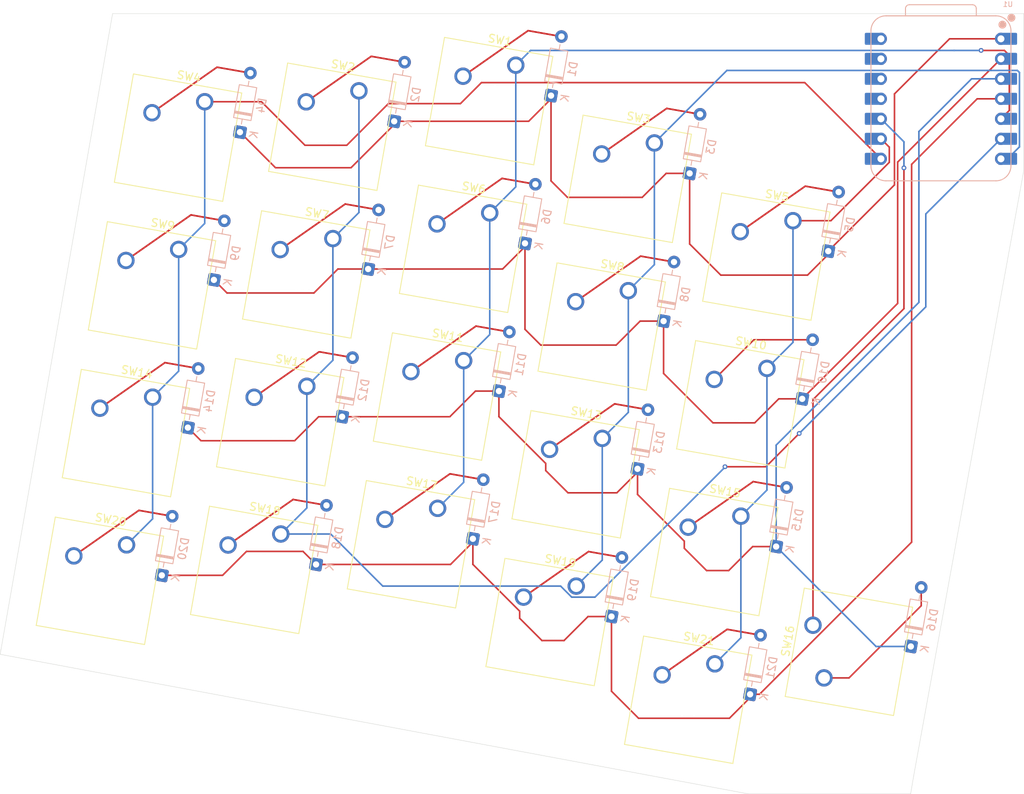
<source format=kicad_pcb>
(kicad_pcb (version 20241229) (generator "pcbnew") (generator_version "9.0")
  (layers (0 "F.Cu" signal) (2 "B.Cu" signal) (13 "F.Paste" user) (15 "B.Paste" user) (5 "F.SilkS" user "F.Silkscreen") (7 "B.SilkS" user "B.Silkscreen") (1 "F.Mask" user) (3 "B.Mask" user) (25 "Edge.Cuts" user))
  (net 0 "")
  (net 1 "row 0")
  (net 2 "Net-(D1-A)")
  (net 3 "Net-(D2-A)")
  (net 4 "Net-(D3-A)")
  (net 5 "Net-(D4-A)")
  (net 6 "Net-(D5-A)")
  (net 7 "Net-(D6-A)")
  (net 8 "row 1")
  (net 9 "Net-(D7-A)")
  (net 10 "Net-(D8-A)")
  (net 11 "Net-(D9-A)")
  (net 12 "Net-(D10-A)")
  (net 13 "row 2")
  (net 14 "Net-(D11-A)")
  (net 15 "Net-(D12-A)")
  (net 16 "Net-(D13-A)")
  (net 17 "Net-(D14-A)")
  (net 18 "Net-(D15-A)")
  (net 19 "Net-(D16-A)")
  (net 20 "Net-(D17-A)")
  (net 21 "row 3")
  (net 22 "Net-(D18-A)")
  (net 23 "Net-(D19-A)")
  (net 24 "Net-(D20-A)")
  (net 25 "Net-(D21-A)")
  (net 26 "column 0")
  (net 27 "column 1")
  (net 28 "column 2")
  (net 29 "column 3")
  (net 30 "column 4")
  (net 31 "column 5")
  (footprint "Button_Switch_Keyboard:SW_Cherry_MX_1.00u_PCB" (layer "F.Cu") (at 118.484854 122.2844 -10)
    (property "Reference" "SW21")
    (property "Value" "SW_Push")
  )
  (footprint "Button_Switch_Keyboard:SW_Cherry_MX_1.00u_PCB" (layer "F.Cu") (at 107.498061 74.889021 -10)
    (property "Reference" "SW8")
    (property "Value" "SW_Push")
  )
  (footprint "Button_Switch_Keyboard:SW_Cherry_MX_1.00u_PCB" (layer "F.Cu") (at 100.882065 112.410196 -10)
    (property "Reference" "SW19")
    (property "Value" "SW_Push")
  )
  (footprint "Button_Switch_Keyboard:SW_Cherry_MX_1.00u_PCB" (layer "F.Cu") (at 63.36089 105.794201 -10)
    (property "Reference" "SW18")
    (property "Value" "SW_Push")
  )
  (footprint "Button_Switch_Keyboard:SW_Cherry_MX_1.00u_PCB" (layer "F.Cu") (at 128.408847 66.002636 -10)
    (property "Reference" "SW5")
    (property "Value" "SW_Push")
  )
  (footprint "Button_Switch_Keyboard:SW_Cherry_MX_1.00u_PCB" (layer "F.Cu") (at 86.587275 83.775405 -10)
    (property "Reference" "SW11")
    (property "Value" "SW_Push")
  )
  (footprint "Button_Switch_Keyboard:SW_Cherry_MX_1.00u_PCB" (layer "F.Cu") (at 83.279277 102.535993 -10)
    (property "Reference" "SW17")
    (property "Value" "SW_Push")
  )
  (footprint "Button_Switch_Keyboard:SW_Cherry_MX_1.00u_PCB" (layer "F.Cu") (at 43.773303 107.17635 -10)
    (property "Reference" "SW20")
    (property "Value" "SW_Push")
  )
  (footprint "Button_Switch_Keyboard:SW_Cherry_MX_1.00u_PCB" (layer "F.Cu") (at 47.0813 88.415762 -10)
    (property "Reference" "SW14")
    (property "Value" "SW_Push")
  )
  (footprint "Button_Switch_Keyboard:SW_Cherry_MX_1.00u_PCB" (layer "F.Cu") (at 53.697296 50.894587 -10)
    (property "Reference" "SW4")
    (property "Value" "SW_Push")
  )
  (footprint "Button_Switch_Keyboard:SW_Cherry_MX_1.00u_PCB" (layer "F.Cu") (at 104.190063 93.649608 -10)
    (property "Reference" "SW13")
    (property "Value" "SW_Push")
  )
  (footprint "Button_Switch_Keyboard:SW_Cherry_MX_1.50u_PCB" (layer "F.Cu") (at 130.95 117.375 80)
    (property "Reference" "SW16")
    (property "Value" "SW_Push")
  )
  (footprint "Button_Switch_Keyboard:SW_Cherry_MX_1.00u_PCB" (layer "F.Cu") (at 66.668888 87.033613 -10)
    (property "Reference" "SW12")
    (property "Value" "SW_Push")
  )
  (footprint "Button_Switch_Keyboard:SW_Cherry_MX_1.00u_PCB" (layer "F.Cu") (at 121.792851 103.523812 -10)
    (property "Reference" "SW15")
    (property "Value" "SW_Push")
  )
  (footprint "Button_Switch_Keyboard:SW_Cherry_MX_1.00u_PCB" (layer "F.Cu") (at 73.284883 49.512437 -10)
    (property "Reference" "SW2")
    (property "Value" "SW_Push")
  )
  (footprint "Button_Switch_Keyboard:SW_Cherry_MX_1.00u_PCB" (layer "F.Cu") (at 110.806059 56.128433 -10)
    (property "Reference" "SW3")
    (property "Value" "SW_Push")
  )
  (footprint "Button_Switch_Keyboard:SW_Cherry_MX_1.00u_PCB" (layer "F.Cu") (at 50.389298 69.655174 -10)
    (property "Reference" "SW9")
    (property "Value" "SW_Push")
  )
  (footprint "Button_Switch_Keyboard:SW_Cherry_MX_1.00u_PCB" (layer "F.Cu") (at 125.100849 84.763224 -10)
    (property "Reference" "SW10")
    (property "Value" "SW_Push")
  )
  (footprint "Button_Switch_Keyboard:SW_Cherry_MX_1.00u_PCB" (layer "F.Cu") (at 69.976885 68.273025 -10)
    (property "Reference" "SW7")
    (property "Value" "SW_Push")
  )
  (footprint "Button_Switch_Keyboard:SW_Cherry_MX_1.00u_PCB" (layer "F.Cu") (at 89.895272 65.014817 -10)
    (property "Reference" "SW6")
    (property "Value" "SW_Push")
  )
  (footprint "Button_Switch_Keyboard:SW_Cherry_MX_1.00u_PCB" (layer "F.Cu") (at 93.20327 46.25423 -10)
    (property "Reference" "SW1")
    (property "Value" "SW_Push")
  )
  (footprint "Diode_THT:D_DO-35_SOD27_P7.62mm_Horizontal" (layer "B.Cu") (at 74.453554 72.139125 80)
    (property "Reference" "D7")
    (property "Value" "1N4148")
  )
  (footprint "Diode_THT:D_DO-35_SOD27_P7.62mm_Horizontal" (layer "B.Cu") (at 51.557969 92.281862 80)
    (property "Reference" "D14")
    (property "Value" "1N4148")
  )
  (footprint "Diode_THT:D_DO-35_SOD27_P7.62mm_Horizontal" (layer "B.Cu") (at 67.837559 109.660301 80)
    (property "Reference" "D18")
    (property "Value" "1N4148")
  )
  (footprint "Diode_THT:D_DO-35_SOD27_P7.62mm_Horizontal" (layer "B.Cu") (at 122.961523 126.1505 80)
    (property "Reference" "D21")
    (property "Value" "1N4148")
  )
  (footprint "Diode_THT:D_DO-35_SOD27_P7.62mm_Horizontal" (layer "B.Cu") (at 54.865967 73.521274 80)
    (property "Reference" "D9")
    (property "Value" "1N4148")
  )
  (footprint "Diode_THT:D_DO-35_SOD27_P7.62mm_Horizontal" (layer "B.Cu") (at 87.755946 106.402093 80)
    (property "Reference" "D17")
    (property "Value" "1N4148")
  )
  (footprint "Diode_THT:D_DO-35_SOD27_P7.62mm_Horizontal" (layer "B.Cu") (at 129.577518 88.629324 80)
    (property "Reference" "D10")
    (property "Value" "1N4148")
  )
  (footprint "Diode_THT:D_DO-35_SOD27_P7.62mm_Horizontal" (layer "B.Cu") (at 58.173965 54.760687 80)
    (property "Reference" "D4")
    (property "Value" "1N4148")
  )
  (footprint "Diode_THT:D_DO-35_SOD27_P7.62mm_Horizontal" (layer "B.Cu") (at 115.282728 59.994533 80)
    (property "Reference" "D3")
    (property "Value" "1N4148")
  )
  (footprint "Diode_THT:D_DO-35_SOD27_P7.62mm_Horizontal" (layer "B.Cu") (at 126.26952 107.389912 80)
    (property "Reference" "D15")
    (property "Value" "1N4148")
  )
  (footprint "Diode_THT:D_DO-35_SOD27_P7.62mm_Horizontal" (layer "B.Cu") (at 71.145557 90.899713 80)
    (property "Reference" "D12")
    (property "Value" "1N4148")
  )
  (footprint "Diode_THT:D_DO-35_SOD27_P7.62mm_Horizontal" (layer "B.Cu") (at 48.249972 111.04245 80)
    (property "Reference" "D20")
    (property "Value" "1N4148")
  )
  (footprint "Diode_THT:D_DO-35_SOD27_P7.62mm_Horizontal" (layer "B.Cu") (at 132.885516 69.868736 80)
    (property "Reference" "D5")
    (property "Value" "1N4148")
  )
  (footprint "Diode_THT:D_DO-35_SOD27_P7.62mm_Horizontal" (layer "B.Cu") (at 105.358734 116.276296 80)
    (property "Reference" "D19")
    (property "Value" "1N4148")
  )
  (footprint "Diode_THT:D_DO-35_SOD27_P7.62mm_Horizontal" (layer "B.Cu") (at 94.371941 68.880917 80)
    (property "Reference" "D6")
    (property "Value" "1N4148")
  )
  (footprint "Diode_THT:D_DO-35_SOD27_P7.62mm_Horizontal" (layer "B.Cu") (at 77.761552 53.378537 80)
    (property "Reference" "D2")
    (property "Value" "1N4148")
  )
  (footprint "Diode_THT:D_DO-35_SOD27_P7.62mm_Horizontal" (layer "B.Cu") (at 143.376109 120.078204 80)
    (property "Reference" "D16")
    (property "Value" "1N4148")
  )
  (footprint "Diode_THT:D_DO-35_SOD27_P7.62mm_Horizontal" (layer "B.Cu") (at 111.97473 78.755121 80)
    (property "Reference" "D8")
    (property "Value" "1N4148")
  )
  (footprint "Diode_THT:D_DO-35_SOD27_P7.62mm_Horizontal" (layer "B.Cu") (at 91.063944 87.641505 80)
    (property "Reference" "D11")
    (property "Value" "1N4148")
  )
  (footprint "Diode_THT:D_DO-35_SOD27_P7.62mm_Horizontal" (layer "B.Cu") (at 97.679939 50.12033 80)
    (property "Reference" "D1")
    (property "Value" "1N4148")
  )
  (footprint "Diode_THT:D_DO-35_SOD27_P7.62mm_Horizontal" (layer "B.Cu") (at 108.666732 97.515708 80)
    (property "Reference" "D13")
    (property "Value" "1N4148")
  )
  (footprint "Seeed Studio XIAO Series Library:XIAO-RP2040-DIP" (layer "B.Cu") (at 147.2 50.525 180)
    (property "Reference" "U1")
    (property "Value" "XIAO-RP2040-DIP")
  )
  (gr_line (start 122.75 138.8) (end 27.725 121.075) (stroke (width 0.05)) (layer "Edge.Cuts"))
  (gr_line (start 122.75 138.8) (end 143.35 138.8) (stroke (width 0.05)) (layer "Edge.Cuts"))
  (gr_line (start 157.725 59.6) (end 157.725 39.7) (stroke (width 0.05)) (layer "Edge.Cuts"))
  (gr_line (start 143.35 138.8) (end 143.725 136.575) (stroke (width 0.05)) (layer "Edge.Cuts"))
  (gr_line (start 27.825 120.475) (end 27.725 121.075) (stroke (width 0.05)) (layer "Edge.Cuts"))
  (gr_line (start 157.725 39.7) (end 42 39.7) (stroke (width 0.05)) (layer "Edge.Cuts"))
  (gr_line (start 42 39.7) (end 27.825 120.475) (stroke (width 0.05)) (layer "Edge.Cuts"))
  (gr_line (start 143.725 136.575) (end 157.725 59.6) (stroke (width 0.05)) (layer "Edge.Cuts"))
  (segment (start 97.679939 50.5392) (end 97.679939 50.12033) (width 0.2) (layer "F.Cu") (net 1))
  (segment (start 97.679939 50.12033) (end 97.679939 60.948933) (width 0.2) (layer "F.Cu") (net 1))
  (segment (start 97.679939 60.948933) (end 99.772196 63.04119) (width 0.2) (layer "F.Cu") (net 1))
  (segment (start 130.257729 72.915393) (end 132.885516 70.287606) (width 0.2) (layer "F.Cu") (net 1))
  (segment (start 77.761552 53.378537) (end 94.840602 53.378537) (width 0.2) (layer "F.Cu") (net 1))
  (segment (start 99.772196 63.04119) (end 109.258001 63.04119) (width 0.2) (layer "F.Cu") (net 1))
  (segment (start 72.283959 59.275) (end 77.761552 53.797407) (width 0.2) (layer "F.Cu") (net 1))
  (segment (start 58.173965 54.760687) (end 62.688278 59.275) (width 0.2) (layer "F.Cu") (net 1))
  (segment (start 62.688278 59.275) (end 72.283959 59.275) (width 0.2) (layer "F.Cu") (net 1))
  (segment (start 115.282728 68.957728) (end 119.240393 72.915393) (width 0.2) (layer "F.Cu") (net 1))
  (segment (start 141.3 49.9) (end 148.295 42.905) (width 0.2) (layer "F.Cu") (net 1))
  (segment (start 148.295 42.905) (end 154.82 42.905) (width 0.2) (layer "F.Cu") (net 1))
  (segment (start 109.258001 63.04119) (end 112.304658 59.994533) (width 0.2) (layer "F.Cu") (net 1))
  (segment (start 132.885516 69.868736) (end 141.3 61.454252) (width 0.2) (layer "F.Cu") (net 1))
  (segment (start 77.761552 53.797407) (end 77.761552 53.378537) (width 0.2) (layer "F.Cu") (net 1))
  (segment (start 94.840602 53.378537) (end 97.679939 50.5392) (width 0.2) (layer "F.Cu") (net 1))
  (segment (start 141.3 61.454252) (end 141.3 49.9) (width 0.2) (layer "F.Cu") (net 1))
  (segment (start 119.240393 72.915393) (end 130.257729 72.915393) (width 0.2) (layer "F.Cu") (net 1))
  (segment (start 115.282728 59.994533) (end 115.282728 68.957728) (width 0.2) (layer "F.Cu") (net 1))
  (segment (start 132.885516 70.287606) (end 132.885516 69.868736) (width 0.2) (layer "F.Cu") (net 1))
  (segment (start 112.304658 59.994533) (end 115.282728 59.994533) (width 0.2) (layer "F.Cu") (net 1))
  (segment (start 86.508674 47.652976) (end 94.768464 41.869407) (width 0.2) (layer "F.Cu") (net 2))
  (segment (start 94.768464 41.869407) (end 99.003138 42.616095) (width 0.2) (layer "F.Cu") (net 2))
  (segment (start 94.768464 41.869407) (end 99.003138 42.616095) (width 0.2) (layer "F.Cu") (net 2))
  (segment (start 86.508674 47.652976) (end 94.768464 41.869407) (width 0.2) (layer "F.Cu") (net 2))
  (segment (start 66.590287 50.911183) (end 74.850077 45.127614) (width 0.2) (layer "F.Cu") (net 3))
  (segment (start 66.590287 50.911183) (end 74.850077 45.127614) (width 0.2) (layer "F.Cu") (net 3))
  (segment (start 74.850077 45.127614) (end 79.084751 45.874302) (width 0.2) (layer "F.Cu") (net 3))
  (segment (start 74.850077 45.127614) (end 79.084751 45.874302) (width 0.2) (layer "F.Cu") (net 3))
  (segment (start 104.111463 57.527179) (end 112.371254 51.74361) (width 0.2) (layer "F.Cu") (net 4))
  (segment (start 112.371254 51.74361) (end 116.605927 52.490298) (width 0.2) (layer "F.Cu") (net 4))
  (segment (start 112.371254 51.74361) (end 116.605927 52.490298) (width 0.2) (layer "F.Cu") (net 4))
  (segment (start 104.111463 57.527179) (end 112.371254 51.74361) (width 0.2) (layer "F.Cu") (net 4))
  (segment (start 47.0027 52.293333) (end 55.26249 46.509764) (width 0.2) (layer "F.Cu") (net 5))
  (segment (start 55.26249 46.509764) (end 59.497164 47.256452) (width 0.2) (layer "F.Cu") (net 5))
  (segment (start 55.26249 46.509764) (end 59.497164 47.256452) (width 0.2) (layer "F.Cu") (net 5))
  (segment (start 47.0027 52.293333) (end 55.26249 46.509764) (width 0.2) (layer "F.Cu") (net 5))
  (segment (start 121.714251 67.401382) (end 129.974041 61.617813) (width 0.2) (layer "F.Cu") (net 6))
  (segment (start 121.714251 67.401382) (end 129.974041 61.617813) (width 0.2) (layer "F.Cu") (net 6))
  (segment (start 129.974041 61.617813) (end 134.208715 62.364501) (width 0.2) (layer "F.Cu") (net 6))
  (segment (start 129.974041 61.617813) (end 134.208715 62.364501) (width 0.2) (layer "F.Cu") (net 6))
  (segment (start 91.460466 60.629994) (end 95.69514 61.376682) (width 0.2) (layer "F.Cu") (net 7))
  (segment (start 91.460466 60.629994) (end 95.69514 61.376682) (width 0.2) (layer "F.Cu") (net 7))
  (segment (start 83.200676 66.413563) (end 91.460466 60.629994) (width 0.2) (layer "F.Cu") (net 7))
  (segment (start 83.200676 66.413563) (end 91.460466 60.629994) (width 0.2) (layer "F.Cu") (net 7))
  (segment (start 123.552791 91.675981) (end 126.599448 88.629324) (width 0.2) (layer "F.Cu") (net 8))
  (segment (start 111.97473 85.401567) (end 118.249144 91.675981) (width 0.2) (layer "F.Cu") (net 8))
  (segment (start 129.577518 88.629324) (end 141.701 76.505842) (width 0.2) (layer "F.Cu") (net 8))
  (segment (start 141.701 76.505842) (end 141.701 58.564) (width 0.2) (layer "F.Cu") (net 8))
  (segment (start 70.613814 72.139125) (end 67.567157 75.185782) (width 0.2) (layer "F.Cu") (net 8))
  (segment (start 96.376778 81.801778) (end 105.950003 81.801778) (width 0.2) (layer "F.Cu") (net 8))
  (segment (start 67.567157 75.185782) (end 56.530475 75.185782) (width 0.2) (layer "F.Cu") (net 8))
  (segment (start 108.99666 78.755121) (end 111.97473 78.755121) (width 0.2) (layer "F.Cu") (net 8))
  (segment (start 126.599448 88.629324) (end 129.577518 88.629324) (width 0.2) (layer "F.Cu") (net 8))
  (segment (start 74.453554 72.139125) (end 91.532603 72.139125) (width 0.2) (layer "F.Cu") (net 8))
  (segment (start 105.950003 81.801778) (end 108.99666 78.755121) (width 0.2) (layer "F.Cu") (net 8))
  (segment (start 111.97473 78.755121) (end 111.97473 85.401567) (width 0.2) (layer "F.Cu") (net 8))
  (segment (start 141.701 58.564) (end 154.82 45.445) (width 0.2) (layer "F.Cu") (net 8))
  (segment (start 91.532603 72.139125) (end 94.371941 69.299787) (width 0.2) (layer "F.Cu") (net 8))
  (segment (start 94.371941 69.299787) (end 94.371941 68.880917) (width 0.2) (layer "F.Cu") (net 8))
  (segment (start 118.249144 91.675981) (end 123.552791 91.675981) (width 0.2) (layer "F.Cu") (net 8))
  (segment (start 74.453554 72.139125) (end 70.613814 72.139125) (width 0.2) (layer "F.Cu") (net 8))
  (segment (start 94.371941 79.796941) (end 96.376778 81.801778) (width 0.2) (layer "F.Cu") (net 8))
  (segment (start 56.530475 75.185782) (end 54.865967 73.521274) (width 0.2) (layer "F.Cu") (net 8))
  (segment (start 94.371941 68.880917) (end 94.371941 79.796941) (width 0.2) (layer "F.Cu") (net 8))
  (segment (start 71.54208 63.888202) (end 75.776753 64.63489) (width 0.2) (layer "F.Cu") (net 9))
  (segment (start 71.54208 63.888202) (end 75.776753 64.63489) (width 0.2) (layer "F.Cu") (net 9))
  (segment (start 63.282289 69.671771) (end 71.54208 63.888202) (width 0.2) (layer "F.Cu") (net 9))
  (segment (start 63.282289 69.671771) (end 71.54208 63.888202) (width 0.2) (layer "F.Cu") (net 9))
  (segment (start 100.803465 76.287767) (end 109.063255 70.504198) (width 0.2) (layer "F.Cu") (net 10))
  (segment (start 100.803465 76.287767) (end 109.063255 70.504198) (width 0.2) (layer "F.Cu") (net 10))
  (segment (start 109.063255 70.504198) (end 113.297929 71.250886) (width 0.2) (layer "F.Cu") (net 10))
  (segment (start 109.063255 70.504198) (end 113.297929 71.250886) (width 0.2) (layer "F.Cu") (net 10))
  (segment (start 51.954492 65.270351) (end 56.189166 66.017039) (width 0.2) (layer "F.Cu") (net 11))
  (segment (start 43.694702 71.05392) (end 51.954492 65.270351) (width 0.2) (layer "F.Cu") (net 11))
  (segment (start 51.954492 65.270351) (end 56.189166 66.017039) (width 0.2) (layer "F.Cu") (net 11))
  (segment (start 43.694702 71.05392) (end 51.954492 65.270351) (width 0.2) (layer "F.Cu") (net 11))
  (segment (start 123.443134 81.125089) (end 130.900717 81.125089) (width 0.2) (layer "F.Cu") (net 12))
  (segment (start 118.406253 86.16197) (end 123.443134 81.125089) (width 0.2) (layer "F.Cu") (net 12))
  (segment (start 65.12083 93.94637) (end 68.167487 90.899713) (width 0.2) (layer "F.Cu") (net 13))
  (segment (start 108.666732 97.515708) (end 108.666732 100.765215) (width 0.2) (layer "F.Cu") (net 13))
  (segment (start 114.607483 106.705966) (end 114.607483 107.608561) (width 0.2) (layer "F.Cu") (net 13))
  (segment (start 88.085874 87.641505) (end 91.063944 87.641505) (width 0.2) (layer "F.Cu") (net 13))
  (segment (start 120.244793 110.436569) (end 123.29145 107.389912) (width 0.2) (layer "F.Cu") (net 13))
  (segment (start 106.038945 100.562365) (end 108.666732 97.934578) (width 0.2) (layer "F.Cu") (net 13))
  (segment (start 91.063944 87.641505) (end 91.063944 90.891011) (width 0.2) (layer "F.Cu") (net 13))
  (segment (start 108.666732 97.934578) (end 108.666732 97.515708) (width 0.2) (layer "F.Cu") (net 13))
  (segment (start 91.063944 90.891011) (end 97.004695 96.831762) (width 0.2) (layer "F.Cu") (net 13))
  (segment (start 108.666732 100.765215) (end 114.607483 106.705966) (width 0.2) (layer "F.Cu") (net 13))
  (segment (start 71.145557 90.899713) (end 84.827666 90.899713) (width 0.2) (layer "F.Cu") (net 13))
  (segment (start 97.004695 96.831762) (end 97.004695 97.734357) (width 0.2) (layer "F.Cu") (net 13))
  (segment (start 97.004695 97.734357) (end 99.832703 100.562365) (width 0.2) (layer "F.Cu") (net 13))
  (segment (start 53.222477 93.94637) (end 65.12083 93.94637) (width 0.2) (layer "F.Cu") (net 13))
  (segment (start 114.607483 107.608561) (end 117.435491 110.436569) (width 0.2) (layer "F.Cu") (net 13))
  (segment (start 51.557969 92.281862) (end 53.222477 93.94637) (width 0.2) (layer "F.Cu") (net 13))
  (segment (start 84.827666 90.899713) (end 88.085874 87.641505) (width 0.2) (layer "F.Cu") (net 13))
  (segment (start 68.167487 90.899713) (end 71.145557 90.899713) (width 0.2) (layer "F.Cu") (net 13))
  (segment (start 123.29145 107.389912) (end 126.26952 107.389912) (width 0.2) (layer "F.Cu") (net 13))
  (segment (start 99.832703 100.562365) (end 106.038945 100.562365) (width 0.2) (layer "F.Cu") (net 13))
  (segment (start 117.435491 110.436569) (end 120.244793 110.436569) (width 0.2) (layer "F.Cu") (net 13))
  (segment (start 144.4 54.675) (end 151.09 47.985) (width 0.2) (layer "B.Cu") (net 13))
  (segment (start 143.376109 120.078204) (end 138.957812 120.078204) (width 0.2) (layer "B.Cu") (net 13))
  (segment (start 126.26952 107.389912) (end 126.26952 94.50548) (width 0.2) (layer "B.Cu") (net 13))
  (segment (start 144.4 76.375) (end 144.4 54.675) (width 0.2) (layer "B.Cu") (net 13))
  (segment (start 126.26952 94.50548) (end 144.4 76.375) (width 0.2) (layer "B.Cu") (net 13))
  (segment (start 151.09 47.985) (end 154.82 47.985) (width 0.2) (layer "B.Cu") (net 13))
  (segment (start 138.957812 120.078204) (end 126.26952 107.389912) (width 0.2) (layer "B.Cu") (net 13))
  (segment (start 79.892679 85.174151) (end 88.15247 79.390582) (width 0.2) (layer "F.Cu") (net 14))
  (segment (start 88.15247 79.390582) (end 92.387143 80.13727) (width 0.2) (layer "F.Cu") (net 14))
  (segment (start 88.15247 79.390582) (end 92.387143 80.13727) (width 0.2) (layer "F.Cu") (net 14))
  (segment (start 79.892679 85.174151) (end 88.15247 79.390582) (width 0.2) (layer "F.Cu") (net 14))
  (segment (start 68.234083 82.64879) (end 72.468756 83.395478) (width 0.2) (layer "F.Cu") (net 15))
  (segment (start 59.974292 88.432359) (end 68.234083 82.64879) (width 0.2) (layer "F.Cu") (net 15))
  (segment (start 68.234083 82.64879) (end 72.468756 83.395478) (width 0.2) (layer "F.Cu") (net 15))
  (segment (start 59.974292 88.432359) (end 68.234083 82.64879) (width 0.2) (layer "F.Cu") (net 15))
  (segment (start 97.495467 95.048354) (end 105.755257 89.264785) (width 0.2) (layer "F.Cu") (net 16))
  (segment (start 105.755257 89.264785) (end 109.989931 90.011473) (width 0.2) (layer "F.Cu") (net 16))
  (segment (start 105.755257 89.264785) (end 109.989931 90.011473) (width 0.2) (layer "F.Cu") (net 16))
  (segment (start 97.495467 95.048354) (end 105.755257 89.264785) (width 0.2) (layer "F.Cu") (net 16))
  (segment (start 40.386704 89.814508) (end 48.646495 84.030939) (width 0.2) (layer "F.Cu") (net 17))
  (segment (start 48.646495 84.030939) (end 52.881168 84.777627) (width 0.2) (layer "F.Cu") (net 17))
  (segment (start 48.646495 84.030939) (end 52.881168 84.777627) (width 0.2) (layer "F.Cu") (net 17))
  (segment (start 40.386704 89.814508) (end 48.646495 84.030939) (width 0.2) (layer "F.Cu") (net 17))
  (segment (start 115.098255 104.922558) (end 123.358046 99.138988) (width 0.2) (layer "F.Cu") (net 18))
  (segment (start 115.098255 104.922558) (end 123.358046 99.138988) (width 0.2) (layer "F.Cu") (net 18))
  (segment (start 123.358046 99.138988) (end 127.592719 99.885677) (width 0.2) (layer "F.Cu") (net 18))
  (segment (start 123.358046 99.138988) (end 127.592719 99.885677) (width 0.2) (layer "F.Cu") (net 18))
  (segment (start 144.699308 114.895809) (end 135.525521 124.069596) (width 0.2) (layer "F.Cu") (net 19))
  (segment (start 135.525521 124.069596) (end 132.348746 124.069596) (width 0.2) (layer "F.Cu") (net 19))
  (segment (start 144.699308 112.573969) (end 144.699308 114.895809) (width 0.2) (layer "F.Cu") (net 19))
  (segment (start 76.584681 103.934739) (end 84.844471 98.15117) (width 0.2) (layer "F.Cu") (net 20))
  (segment (start 84.844471 98.15117) (end 89.079145 98.897858) (width 0.2) (layer "F.Cu") (net 20))
  (segment (start 76.584681 103.934739) (end 84.844471 98.15117) (width 0.2) (layer "F.Cu") (net 20))
  (segment (start 84.844471 98.15117) (end 89.079145 98.897858) (width 0.2) (layer "F.Cu") (net 20))
  (segment (start 48.249972 111.04245) (end 55.966038 111.04245) (width 0.2) (layer "F.Cu") (net 21))
  (segment (start 102.380664 116.276296) (end 105.358734 116.276296) (width 0.2) (layer "F.Cu") (net 21))
  (segment (start 105.358734 125.758734) (end 108.797157 129.197157) (width 0.2) (layer "F.Cu") (net 21))
  (segment (start 93.696697 116.494945) (end 96.524705 119.322953) (width 0.2) (layer "F.Cu") (net 21))
  (segment (start 55.966038 111.04245) (end 59.00353 108.004958) (width 0.2) (layer "F.Cu") (net 21))
  (segment (start 151.8 50.525) (end 154.82 50.525) (width 0.2) (layer "F.Cu") (net 21))
  (segment (start 120.333736 129.197157) (end 122.961523 126.56937) (width 0.2) (layer "F.Cu") (net 21))
  (segment (start 59.00353 108.004958) (end 66.182216 108.004958) (width 0.2) (layer "F.Cu") (net 21))
  (segment (start 87.755946 106.820963) (end 87.755946 106.402093) (width 0.2) (layer "F.Cu") (net 21))
  (segment (start 87.755946 109.651599) (end 93.696697 115.59235) (width 0.2) (layer "F.Cu") (net 21))
  (segment (start 143.475 106.831314) (end 143.475 58.85) (width 0.2) (layer "F.Cu") (net 21))
  (segment (start 99.334007 119.322953) (end 102.380664 116.276296) (width 0.2) (layer "F.Cu") (net 21))
  (segment (start 122.961523 126.56937) (end 122.961523 126.1505) (width 0.2) (layer "F.Cu") (net 21))
  (segment (start 67.837559 109.660301) (end 84.916608 109.660301) (width 0.2) (layer "F.Cu") (net 21))
  (segment (start 96.524705 119.322953) (end 99.334007 119.322953) (width 0.2) (layer "F.Cu") (net 21))
  (segment (start 108.797157 129.197157) (end 120.333736 129.197157) (width 0.2) (layer "F.Cu") (net 21))
  (segment (start 124.155814 126.1505) (end 143.475 106.831314) (width 0.2) (layer "F.Cu") (net 21))
  (segment (start 143.475 58.85) (end 151.8 50.525) (width 0.2) (layer "F.Cu") (net 21))
  (segment (start 122.961523 126.1505) (end 124.155814 126.1505) (width 0.2) (layer "F.Cu") (net 21))
  (segment (start 93.696697 115.59235) (end 93.696697 116.494945) (width 0.2) (layer "F.Cu") (net 21))
  (segment (start 66.182216 108.004958) (end 67.837559 109.660301) (width 0.2) (layer "F.Cu") (net 21))
  (segment (start 84.916608 109.660301) (end 87.755946 106.820963) (width 0.2) (layer "F.Cu") (net 21))
  (segment (start 105.358734 116.276296) (end 105.358734 125.758734) (width 0.2) (layer "F.Cu") (net 21))
  (segment (start 87.755946 106.402093) (end 87.755946 109.651599) (width 0.2) (layer "F.Cu") (net 21))
  (segment (start 64.926084 101.409378) (end 69.160758 102.156066) (width 0.2) (layer "F.Cu") (net 22))
  (segment (start 64.926084 101.409378) (end 69.160758 102.156066) (width 0.2) (layer "F.Cu") (net 22))
  (segment (start 56.666294 107.192947) (end 64.926084 101.409378) (width 0.2) (layer "F.Cu") (net 22))
  (segment (start 56.666294 107.192947) (end 64.926084 101.409378) (width 0.2) (layer "F.Cu") (net 22))
  (segment (start 102.44726 108.025373) (end 106.681933 108.772061) (width 0.2) (layer "F.Cu") (net 23))
  (segment (start 102.44726 108.025373) (end 106.681933 108.772061) (width 0.2) (layer "F.Cu") (net 23))
  (segment (start 94.187469 113.808942) (end 102.44726 108.025373) (width 0.2) (layer "F.Cu") (net 23))
  (segment (start 94.187469 113.808942) (end 102.44726 108.025373) (width 0.2) (layer "F.Cu") (net 23))
  (segment (start 37.078707 108.575096) (end 45.338497 102.791527) (width 0.2) (layer "F.Cu") (net 24))
  (segment (start 37.078707 108.575096) (end 45.338497 102.791527) (width 0.2) (layer "F.Cu") (net 24))
  (segment (start 45.338497 102.791527) (end 49.573171 103.538215) (width 0.2) (layer "F.Cu") (net 24))
  (segment (start 45.338497 102.791527) (end 49.573171 103.538215) (width 0.2) (layer "F.Cu") (net 24))
  (segment (start 111.790258 123.683146) (end 120.050048 117.899577) (width 0.2) (layer "F.Cu") (net 25))
  (segment (start 120.050048 117.899577) (end 124.284722 118.646265) (width 0.2) (layer "F.Cu") (net 25))
  (segment (start 120.050048 117.899577) (end 124.284722 118.646265) (width 0.2) (layer "F.Cu") (net 25))
  (segment (start 111.790258 123.683146) (end 120.050048 117.899577) (width 0.2) (layer "F.Cu") (net 25))
  (segment (start 152.318 44.382) (end 155.26031 44.382) (width 0.2) (layer "F.Cu") (net 26))
  (segment (start 155.26031 44.382) (end 155.883 45.00469) (width 0.2) (layer "F.Cu") (net 26))
  (segment (start 155.883 45.00469) (end 155.883 52.002) (width 0.2) (layer "F.Cu") (net 26))
  (segment (start 155.883 52.002) (end 154.82 53.065) (width 0.2) (layer "F.Cu") (net 26))
  (via (at 152.3 44.375) (size 0.6) (drill 0.3) (layers "F.Cu" "B.Cu") (net 26))
  (segment (start 89.895272 80.467408) (end 86.587275 83.775405) (width 0.2) (layer "B.Cu") (net 26))
  (segment (start 93.20327 46.25423) (end 95.0755 44.382) (width 0.2) (layer "B.Cu") (net 26))
  (segment (start 89.895272 65.014817) (end 89.895272 80.467408) (width 0.2) (layer "B.Cu") (net 26))
  (segment (start 86.587275 99.227995) (end 83.279277 102.535993) (width 0.2) (layer "B.Cu") (net 26))
  (segment (start 93.20327 61.706819) (end 89.895272 65.014817) (width 0.2) (layer "B.Cu") (net 26))
  (segment (start 93.20327 46.25423) (end 93.20327 61.706819) (width 0.2) (layer "B.Cu") (net 26))
  (segment (start 152.293 44.382) (end 152.3 44.375) (width 0.2) (layer "B.Cu") (net 26))
  (segment (start 86.587275 83.775405) (end 86.587275 99.227995) (width 0.2) (layer "B.Cu") (net 26))
  (segment (start 95.0755 44.382) (end 148.882 44.382) (width 0.2) (layer "B.Cu") (net 26))
  (segment (start 148.882 44.382) (end 152.293 44.382) (width 0.2) (layer "B.Cu") (net 26))
  (segment (start 124.975 97.25) (end 129.175 93.05) (width 0.2) (layer "F.Cu") (net 27))
  (segment (start 119.775 97.25) (end 124.975 97.25) (width 0.2) (layer "F.Cu") (net 27))
  (via (at 119.775 97.25) (size 0.6) (drill 0.3) (layers "F.Cu" "B.Cu") (net 27))
  (via (at 129.2 93.025) (size 0.6) (drill 0.3) (layers "F.Cu" "B.Cu") (net 27))
  (segment (start 76.307942 112.407942) (end 98.898497 112.407942) (width 0.2) (layer "B.Cu") (net 27))
  (segment (start 63.36089 105.794201) (end 69.694201 105.794201) (width 0.2) (layer "B.Cu") (net 27))
  (segment (start 98.898497 112.407942) (end 100.301751 113.811196) (width 0.2) (layer "B.Cu") (net 27))
  (segment (start 73.284883 49.512437) (end 73.284883 64.965027) (width 0.2) (layer "B.Cu") (net 27))
  (segment (start 145.275 65.15) (end 154.82 55.605) (width 0.2) (layer "B.Cu") (net 27))
  (segment (start 103.263804 113.811196) (end 119.775 97.3) (width 0.2) (layer "B.Cu") (net 27))
  (segment (start 73.284883 64.965027) (end 69.976885 68.273025) (width 0.2) (layer "B.Cu") (net 27))
  (segment (start 69.976885 68.273025) (end 69.976885 83.725616) (width 0.2) (layer "B.Cu") (net 27))
  (segment (start 69.976885 83.725616) (end 66.668888 87.033613) (width 0.2) (layer "B.Cu") (net 27))
  (segment (start 66.668888 102.486203) (end 63.36089 105.794201) (width 0.2) (layer "B.Cu") (net 27))
  (segment (start 69.694201 105.794201) (end 76.307942 112.407942) (width 0.2) (layer "B.Cu") (net 27))
  (segment (start 129.2 93.025) (end 145.275 76.95) (width 0.2) (layer "B.Cu") (net 27))
  (segment (start 66.668888 87.033613) (end 66.668888 102.486203) (width 0.2) (layer "B.Cu") (net 27))
  (segment (start 145.275 76.95) (end 145.275 65.15) (width 0.2) (layer "B.Cu") (net 27))
  (segment (start 100.301751 113.811196) (end 103.263804 113.811196) (width 0.2) (layer "B.Cu") (net 27))
  (segment (start 110.806059 56.128433) (end 120.012492 46.922) (width 0.2) (layer "B.Cu") (net 28))
  (segment (start 156.910626 46.922) (end 157.172 47.183374) (width 0.2) (layer "B.Cu") (net 28))
  (segment (start 110.806059 71.581023) (end 107.498061 74.889021) (width 0.2) (layer "B.Cu") (net 28))
  (segment (start 107.498061 90.34161) (end 104.190063 93.649608) (width 0.2) (layer "B.Cu") (net 28))
  (segment (start 104.190063 93.649608) (end 104.190063 109.102198) (width 0.2) (layer "B.Cu") (net 28))
  (segment (start 157.172 56.628) (end 155.655 58.145) (width 0.2) (layer "B.Cu") (net 28))
  (segment (start 157.172 47.183374) (end 157.172 56.628) (width 0.2) (layer "B.Cu") (net 28))
  (segment (start 120.012492 46.922) (end 156.910626 46.922) (width 0.2) (layer "B.Cu") (net 28))
  (segment (start 104.190063 109.102198) (end 100.882065 112.410196) (width 0.2) (layer "B.Cu") (net 28))
  (segment (start 107.498061 74.889021) (end 107.498061 90.34161) (width 0.2) (layer "B.Cu") (net 28))
  (segment (start 110.806059 56.128433) (end 110.806059 71.581023) (width 0.2) (layer "B.Cu") (net 28))
  (segment (start 88.84591 48.464987) (end 129.899987 48.464987) (width 0.2) (layer "F.Cu") (net 29))
  (segment (start 86.176043 51.134854) (end 88.84591 48.464987) (width 0.2) (layer "F.Cu") (net 29))
  (segment (start 66.433178 56.425194) (end 71.736825 56.425194) (width 0.2) (layer "F.Cu") (net 29))
  (segment (start 71.736825 56.425194) (end 77.027165 51.134854) (width 0.2) (layer "F.Cu") (net 29))
  (segment (start 129.899987 48.464987) (end 139.58 58.145) (width 0.2) (layer "F.Cu") (net 29))
  (segment (start 77.027165 51.134854) (end 86.176043 51.134854) (width 0.2) (layer "F.Cu") (net 29))
  (segment (start 53.697296 50.894587) (end 60.902571 50.894587) (width 0.2) (layer "F.Cu") (net 29))
  (segment (start 60.902571 50.894587) (end 66.433178 56.425194) (width 0.2) (layer "F.Cu") (net 29))
  (segment (start 47.0813 103.868353) (end 43.773303 107.17635) (width 0.2) (layer "B.Cu") (net 29))
  (segment (start 53.697296 50.894587) (end 53.697296 66.347176) (width 0.2) (layer "B.Cu") (net 29))
  (segment (start 53.697296 66.347176) (end 50.389298 69.655174) (width 0.2) (layer "B.Cu") (net 29))
  (segment (start 50.389298 85.107764) (end 47.0813 88.415762) (width 0.2) (layer "B.Cu") (net 29))
  (segment (start 50.389298 69.655174) (end 50.389298 85.107764) (width 0.2) (layer "B.Cu") (net 29))
  (segment (start 47.0813 88.415762) (end 47.0813 103.868353) (width 0.2) (layer "B.Cu") (net 29))
  (segment (start 133.225674 66.002636) (end 140.643 58.58531) (width 0.2) (layer "F.Cu") (net 30))
  (segment (start 128.408846 66.002635) (end 128.408847 66.002636) (width 0.2) (layer "F.Cu") (net 30))
  (segment (start 128.408847 66.002636) (end 133.225674 66.002636) (width 0.2) (layer "F.Cu") (net 30))
  (segment (start 128.408846 66.002635) (end 128.408847 66.002636) (width 0.2) (layer "F.Cu") (net 30))
  (segment (start 140.643 58.58531) (end 140.643 56.668) (width 0.2) (layer "F.Cu") (net 30))
  (segment (start 140.643 56.668) (end 139.58 55.605) (width 0.2) (layer "F.Cu") (net 30))
  (segment (start 125.100849 84.763224) (end 125.100849 100.215814) (width 0.2) (layer "B.Cu") (net 30))
  (segment (start 128.408847 66.002636) (end 128.408847 81.455226) (width 0.2) (layer "B.Cu") (net 30))
  (segment (start 121.792851 103.523812) (end 121.792851 118.976403) (width 0.2) (layer "B.Cu") (net 30))
  (segment (start 128.408847 81.455226) (end 125.100849 84.763224) (width 0.2) (layer "B.Cu") (net 30))
  (segment (start 121.792851 118.976403) (end 118.484854 122.2844) (width 0.2) (layer "B.Cu") (net 30))
  (segment (start 125.100849 100.215814) (end 121.792851 103.523812) (width 0.2) (layer "B.Cu") (net 30))
  (segment (start 130.95 88.725) (end 142.5 77.175) (width 0.2) (layer "F.Cu") (net 31))
  (segment (start 130.95 117.375) (end 130.95 88.725) (width 0.2) (layer "F.Cu") (net 31))
  (segment (start 142.5 77.175) (end 142.5 59.3) (width 0.2) (layer "F.Cu") (net 31))
  (via (at 142.5 59.3) (size 0.6) (drill 0.3) (layers "F.Cu" "B.Cu") (net 31))
  (segment (start 142.5 55.985) (end 139.58 53.065) (width 0.2) (layer "B.Cu") (net 31))
  (segment (start 142.5 59.3) (end 142.5 55.985) (width 0.2) (layer "B.Cu") (net 31))
)
</source>
